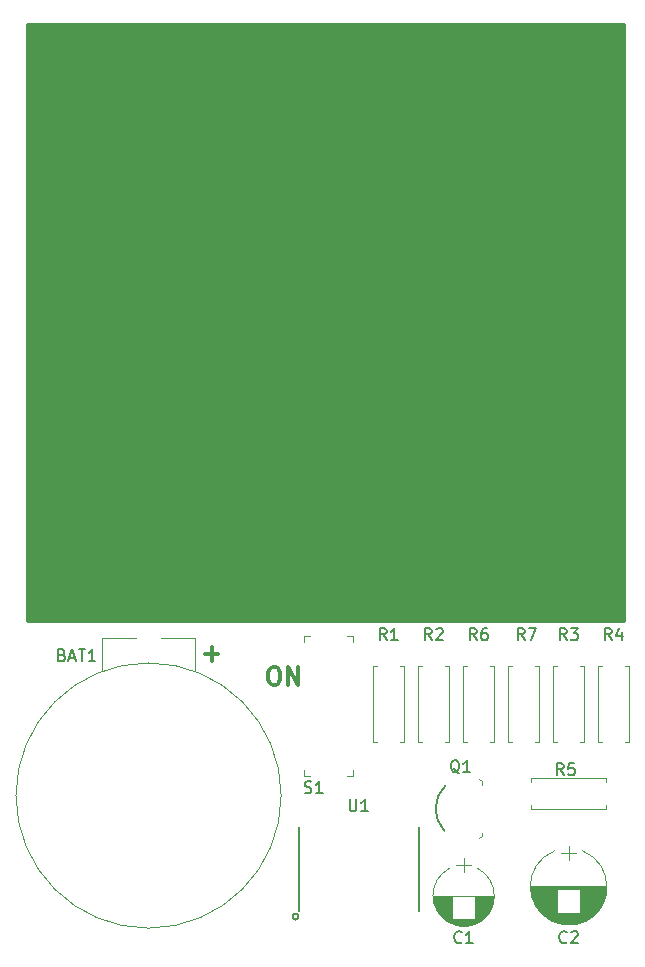
<source format=gto>
G04 #@! TF.FileFunction,Legend,Top*
%FSLAX46Y46*%
G04 Gerber Fmt 4.6, Leading zero omitted, Abs format (unit mm)*
G04 Created by KiCad (PCBNEW 4.0.7) date 07/03/23 18:34:59*
%MOMM*%
%LPD*%
G01*
G04 APERTURE LIST*
%ADD10C,0.100000*%
%ADD11C,0.300000*%
%ADD12C,0.120000*%
%ADD13C,0.150000*%
%ADD14C,0.203200*%
%ADD15C,0.254000*%
G04 APERTURE END LIST*
D10*
D11*
X149439428Y-102810571D02*
X149725142Y-102810571D01*
X149868000Y-102882000D01*
X150010857Y-103024857D01*
X150082285Y-103310571D01*
X150082285Y-103810571D01*
X150010857Y-104096286D01*
X149868000Y-104239143D01*
X149725142Y-104310571D01*
X149439428Y-104310571D01*
X149296571Y-104239143D01*
X149153714Y-104096286D01*
X149082285Y-103810571D01*
X149082285Y-103310571D01*
X149153714Y-103024857D01*
X149296571Y-102882000D01*
X149439428Y-102810571D01*
X150725143Y-104310571D02*
X150725143Y-102810571D01*
X151582286Y-104310571D01*
X151582286Y-102810571D01*
X143700572Y-101707143D02*
X144843429Y-101707143D01*
X144272000Y-102278571D02*
X144272000Y-101135714D01*
D10*
X142849600Y-100380800D02*
X140004800Y-100380800D01*
X135026400Y-100380800D02*
X137871200Y-100380800D01*
X142849600Y-103124000D02*
X142849600Y-100380800D01*
X135026400Y-103124000D02*
X135026400Y-100380800D01*
X150164800Y-113690400D02*
G75*
G03X150164800Y-113690400I-11226800J0D01*
G01*
D12*
X166787723Y-124463722D02*
G75*
G03X166788000Y-119852420I-1179723J2305722D01*
G01*
X164428277Y-124463722D02*
G75*
G02X164428000Y-119852420I1179723J2305722D01*
G01*
X164428277Y-124463722D02*
G75*
G03X166788000Y-124463580I1179723J2305722D01*
G01*
X168158000Y-122158000D02*
X163058000Y-122158000D01*
X168158000Y-122198000D02*
X166588000Y-122198000D01*
X164628000Y-122198000D02*
X163058000Y-122198000D01*
X168157000Y-122238000D02*
X166588000Y-122238000D01*
X164628000Y-122238000D02*
X163059000Y-122238000D01*
X168156000Y-122278000D02*
X166588000Y-122278000D01*
X164628000Y-122278000D02*
X163060000Y-122278000D01*
X168154000Y-122318000D02*
X166588000Y-122318000D01*
X164628000Y-122318000D02*
X163062000Y-122318000D01*
X168151000Y-122358000D02*
X166588000Y-122358000D01*
X164628000Y-122358000D02*
X163065000Y-122358000D01*
X168147000Y-122398000D02*
X166588000Y-122398000D01*
X164628000Y-122398000D02*
X163069000Y-122398000D01*
X168143000Y-122438000D02*
X166588000Y-122438000D01*
X164628000Y-122438000D02*
X163073000Y-122438000D01*
X168139000Y-122478000D02*
X166588000Y-122478000D01*
X164628000Y-122478000D02*
X163077000Y-122478000D01*
X168133000Y-122518000D02*
X166588000Y-122518000D01*
X164628000Y-122518000D02*
X163083000Y-122518000D01*
X168127000Y-122558000D02*
X166588000Y-122558000D01*
X164628000Y-122558000D02*
X163089000Y-122558000D01*
X168121000Y-122598000D02*
X166588000Y-122598000D01*
X164628000Y-122598000D02*
X163095000Y-122598000D01*
X168114000Y-122638000D02*
X166588000Y-122638000D01*
X164628000Y-122638000D02*
X163102000Y-122638000D01*
X168106000Y-122678000D02*
X166588000Y-122678000D01*
X164628000Y-122678000D02*
X163110000Y-122678000D01*
X168097000Y-122718000D02*
X166588000Y-122718000D01*
X164628000Y-122718000D02*
X163119000Y-122718000D01*
X168088000Y-122758000D02*
X166588000Y-122758000D01*
X164628000Y-122758000D02*
X163128000Y-122758000D01*
X168078000Y-122798000D02*
X166588000Y-122798000D01*
X164628000Y-122798000D02*
X163138000Y-122798000D01*
X168068000Y-122838000D02*
X166588000Y-122838000D01*
X164628000Y-122838000D02*
X163148000Y-122838000D01*
X168056000Y-122879000D02*
X166588000Y-122879000D01*
X164628000Y-122879000D02*
X163160000Y-122879000D01*
X168044000Y-122919000D02*
X166588000Y-122919000D01*
X164628000Y-122919000D02*
X163172000Y-122919000D01*
X168032000Y-122959000D02*
X166588000Y-122959000D01*
X164628000Y-122959000D02*
X163184000Y-122959000D01*
X168018000Y-122999000D02*
X166588000Y-122999000D01*
X164628000Y-122999000D02*
X163198000Y-122999000D01*
X168004000Y-123039000D02*
X166588000Y-123039000D01*
X164628000Y-123039000D02*
X163212000Y-123039000D01*
X167990000Y-123079000D02*
X166588000Y-123079000D01*
X164628000Y-123079000D02*
X163226000Y-123079000D01*
X167974000Y-123119000D02*
X166588000Y-123119000D01*
X164628000Y-123119000D02*
X163242000Y-123119000D01*
X167958000Y-123159000D02*
X166588000Y-123159000D01*
X164628000Y-123159000D02*
X163258000Y-123159000D01*
X167941000Y-123199000D02*
X166588000Y-123199000D01*
X164628000Y-123199000D02*
X163275000Y-123199000D01*
X167923000Y-123239000D02*
X166588000Y-123239000D01*
X164628000Y-123239000D02*
X163293000Y-123239000D01*
X167904000Y-123279000D02*
X166588000Y-123279000D01*
X164628000Y-123279000D02*
X163312000Y-123279000D01*
X167884000Y-123319000D02*
X166588000Y-123319000D01*
X164628000Y-123319000D02*
X163332000Y-123319000D01*
X167864000Y-123359000D02*
X166588000Y-123359000D01*
X164628000Y-123359000D02*
X163352000Y-123359000D01*
X167842000Y-123399000D02*
X166588000Y-123399000D01*
X164628000Y-123399000D02*
X163374000Y-123399000D01*
X167820000Y-123439000D02*
X166588000Y-123439000D01*
X164628000Y-123439000D02*
X163396000Y-123439000D01*
X167797000Y-123479000D02*
X166588000Y-123479000D01*
X164628000Y-123479000D02*
X163419000Y-123479000D01*
X167773000Y-123519000D02*
X166588000Y-123519000D01*
X164628000Y-123519000D02*
X163443000Y-123519000D01*
X167748000Y-123559000D02*
X166588000Y-123559000D01*
X164628000Y-123559000D02*
X163468000Y-123559000D01*
X167721000Y-123599000D02*
X166588000Y-123599000D01*
X164628000Y-123599000D02*
X163495000Y-123599000D01*
X167694000Y-123639000D02*
X166588000Y-123639000D01*
X164628000Y-123639000D02*
X163522000Y-123639000D01*
X167666000Y-123679000D02*
X166588000Y-123679000D01*
X164628000Y-123679000D02*
X163550000Y-123679000D01*
X167636000Y-123719000D02*
X166588000Y-123719000D01*
X164628000Y-123719000D02*
X163580000Y-123719000D01*
X167605000Y-123759000D02*
X166588000Y-123759000D01*
X164628000Y-123759000D02*
X163611000Y-123759000D01*
X167573000Y-123799000D02*
X166588000Y-123799000D01*
X164628000Y-123799000D02*
X163643000Y-123799000D01*
X167540000Y-123839000D02*
X166588000Y-123839000D01*
X164628000Y-123839000D02*
X163676000Y-123839000D01*
X167505000Y-123879000D02*
X166588000Y-123879000D01*
X164628000Y-123879000D02*
X163711000Y-123879000D01*
X167469000Y-123919000D02*
X166588000Y-123919000D01*
X164628000Y-123919000D02*
X163747000Y-123919000D01*
X167431000Y-123959000D02*
X166588000Y-123959000D01*
X164628000Y-123959000D02*
X163785000Y-123959000D01*
X167391000Y-123999000D02*
X166588000Y-123999000D01*
X164628000Y-123999000D02*
X163825000Y-123999000D01*
X167350000Y-124039000D02*
X166588000Y-124039000D01*
X164628000Y-124039000D02*
X163866000Y-124039000D01*
X167307000Y-124079000D02*
X166588000Y-124079000D01*
X164628000Y-124079000D02*
X163909000Y-124079000D01*
X167262000Y-124119000D02*
X166588000Y-124119000D01*
X164628000Y-124119000D02*
X163954000Y-124119000D01*
X167214000Y-124159000D02*
X164002000Y-124159000D01*
X167164000Y-124199000D02*
X164052000Y-124199000D01*
X167112000Y-124239000D02*
X164104000Y-124239000D01*
X167056000Y-124279000D02*
X164160000Y-124279000D01*
X166998000Y-124319000D02*
X164218000Y-124319000D01*
X166935000Y-124359000D02*
X164281000Y-124359000D01*
X166869000Y-124399000D02*
X164347000Y-124399000D01*
X166797000Y-124439000D02*
X164419000Y-124439000D01*
X166720000Y-124479000D02*
X164496000Y-124479000D01*
X166636000Y-124519000D02*
X164580000Y-124519000D01*
X166542000Y-124559000D02*
X164674000Y-124559000D01*
X166437000Y-124599000D02*
X164779000Y-124599000D01*
X166315000Y-124639000D02*
X164901000Y-124639000D01*
X166167000Y-124679000D02*
X165049000Y-124679000D01*
X165962000Y-124719000D02*
X165254000Y-124719000D01*
X165608000Y-118958000D02*
X165608000Y-120158000D01*
X166258000Y-119558000D02*
X164958000Y-119558000D01*
X175677136Y-124409820D02*
G75*
G03X175678000Y-118374518I-1179136J3017820D01*
G01*
X173318864Y-124409820D02*
G75*
G02X173318000Y-118374518I1179136J3017820D01*
G01*
X173318864Y-124409820D02*
G75*
G03X175678000Y-124409482I1179136J3017820D01*
G01*
X177698000Y-121392000D02*
X171298000Y-121392000D01*
X177698000Y-121432000D02*
X171298000Y-121432000D01*
X177698000Y-121472000D02*
X171298000Y-121472000D01*
X177696000Y-121512000D02*
X171300000Y-121512000D01*
X177695000Y-121552000D02*
X171301000Y-121552000D01*
X177692000Y-121592000D02*
X171304000Y-121592000D01*
X177690000Y-121632000D02*
X171306000Y-121632000D01*
X177686000Y-121672000D02*
X175478000Y-121672000D01*
X173518000Y-121672000D02*
X171310000Y-121672000D01*
X177683000Y-121712000D02*
X175478000Y-121712000D01*
X173518000Y-121712000D02*
X171313000Y-121712000D01*
X177678000Y-121752000D02*
X175478000Y-121752000D01*
X173518000Y-121752000D02*
X171318000Y-121752000D01*
X177674000Y-121792000D02*
X175478000Y-121792000D01*
X173518000Y-121792000D02*
X171322000Y-121792000D01*
X177668000Y-121832000D02*
X175478000Y-121832000D01*
X173518000Y-121832000D02*
X171328000Y-121832000D01*
X177663000Y-121872000D02*
X175478000Y-121872000D01*
X173518000Y-121872000D02*
X171333000Y-121872000D01*
X177656000Y-121912000D02*
X175478000Y-121912000D01*
X173518000Y-121912000D02*
X171340000Y-121912000D01*
X177650000Y-121952000D02*
X175478000Y-121952000D01*
X173518000Y-121952000D02*
X171346000Y-121952000D01*
X177642000Y-121992000D02*
X175478000Y-121992000D01*
X173518000Y-121992000D02*
X171354000Y-121992000D01*
X177635000Y-122032000D02*
X175478000Y-122032000D01*
X173518000Y-122032000D02*
X171361000Y-122032000D01*
X177626000Y-122072000D02*
X175478000Y-122072000D01*
X173518000Y-122072000D02*
X171370000Y-122072000D01*
X177617000Y-122113000D02*
X175478000Y-122113000D01*
X173518000Y-122113000D02*
X171379000Y-122113000D01*
X177608000Y-122153000D02*
X175478000Y-122153000D01*
X173518000Y-122153000D02*
X171388000Y-122153000D01*
X177598000Y-122193000D02*
X175478000Y-122193000D01*
X173518000Y-122193000D02*
X171398000Y-122193000D01*
X177588000Y-122233000D02*
X175478000Y-122233000D01*
X173518000Y-122233000D02*
X171408000Y-122233000D01*
X177577000Y-122273000D02*
X175478000Y-122273000D01*
X173518000Y-122273000D02*
X171419000Y-122273000D01*
X177565000Y-122313000D02*
X175478000Y-122313000D01*
X173518000Y-122313000D02*
X171431000Y-122313000D01*
X177553000Y-122353000D02*
X175478000Y-122353000D01*
X173518000Y-122353000D02*
X171443000Y-122353000D01*
X177540000Y-122393000D02*
X175478000Y-122393000D01*
X173518000Y-122393000D02*
X171456000Y-122393000D01*
X177527000Y-122433000D02*
X175478000Y-122433000D01*
X173518000Y-122433000D02*
X171469000Y-122433000D01*
X177513000Y-122473000D02*
X175478000Y-122473000D01*
X173518000Y-122473000D02*
X171483000Y-122473000D01*
X177499000Y-122513000D02*
X175478000Y-122513000D01*
X173518000Y-122513000D02*
X171497000Y-122513000D01*
X177484000Y-122553000D02*
X175478000Y-122553000D01*
X173518000Y-122553000D02*
X171512000Y-122553000D01*
X177468000Y-122593000D02*
X175478000Y-122593000D01*
X173518000Y-122593000D02*
X171528000Y-122593000D01*
X177452000Y-122633000D02*
X175478000Y-122633000D01*
X173518000Y-122633000D02*
X171544000Y-122633000D01*
X177435000Y-122673000D02*
X175478000Y-122673000D01*
X173518000Y-122673000D02*
X171561000Y-122673000D01*
X177417000Y-122713000D02*
X175478000Y-122713000D01*
X173518000Y-122713000D02*
X171579000Y-122713000D01*
X177399000Y-122753000D02*
X175478000Y-122753000D01*
X173518000Y-122753000D02*
X171597000Y-122753000D01*
X177380000Y-122793000D02*
X175478000Y-122793000D01*
X173518000Y-122793000D02*
X171616000Y-122793000D01*
X177361000Y-122833000D02*
X175478000Y-122833000D01*
X173518000Y-122833000D02*
X171635000Y-122833000D01*
X177341000Y-122873000D02*
X175478000Y-122873000D01*
X173518000Y-122873000D02*
X171655000Y-122873000D01*
X177320000Y-122913000D02*
X175478000Y-122913000D01*
X173518000Y-122913000D02*
X171676000Y-122913000D01*
X177298000Y-122953000D02*
X175478000Y-122953000D01*
X173518000Y-122953000D02*
X171698000Y-122953000D01*
X177276000Y-122993000D02*
X175478000Y-122993000D01*
X173518000Y-122993000D02*
X171720000Y-122993000D01*
X177253000Y-123033000D02*
X175478000Y-123033000D01*
X173518000Y-123033000D02*
X171743000Y-123033000D01*
X177229000Y-123073000D02*
X175478000Y-123073000D01*
X173518000Y-123073000D02*
X171767000Y-123073000D01*
X177204000Y-123113000D02*
X175478000Y-123113000D01*
X173518000Y-123113000D02*
X171792000Y-123113000D01*
X177179000Y-123153000D02*
X175478000Y-123153000D01*
X173518000Y-123153000D02*
X171817000Y-123153000D01*
X177152000Y-123193000D02*
X175478000Y-123193000D01*
X173518000Y-123193000D02*
X171844000Y-123193000D01*
X177125000Y-123233000D02*
X175478000Y-123233000D01*
X173518000Y-123233000D02*
X171871000Y-123233000D01*
X177097000Y-123273000D02*
X175478000Y-123273000D01*
X173518000Y-123273000D02*
X171899000Y-123273000D01*
X177068000Y-123313000D02*
X175478000Y-123313000D01*
X173518000Y-123313000D02*
X171928000Y-123313000D01*
X177038000Y-123353000D02*
X175478000Y-123353000D01*
X173518000Y-123353000D02*
X171958000Y-123353000D01*
X177008000Y-123393000D02*
X175478000Y-123393000D01*
X173518000Y-123393000D02*
X171988000Y-123393000D01*
X176976000Y-123433000D02*
X175478000Y-123433000D01*
X173518000Y-123433000D02*
X172020000Y-123433000D01*
X176943000Y-123473000D02*
X175478000Y-123473000D01*
X173518000Y-123473000D02*
X172053000Y-123473000D01*
X176909000Y-123513000D02*
X175478000Y-123513000D01*
X173518000Y-123513000D02*
X172087000Y-123513000D01*
X176873000Y-123553000D02*
X175478000Y-123553000D01*
X173518000Y-123553000D02*
X172123000Y-123553000D01*
X176837000Y-123593000D02*
X175478000Y-123593000D01*
X173518000Y-123593000D02*
X172159000Y-123593000D01*
X176799000Y-123633000D02*
X172197000Y-123633000D01*
X176760000Y-123673000D02*
X172236000Y-123673000D01*
X176720000Y-123713000D02*
X172276000Y-123713000D01*
X176678000Y-123753000D02*
X172318000Y-123753000D01*
X176635000Y-123793000D02*
X172361000Y-123793000D01*
X176590000Y-123833000D02*
X172406000Y-123833000D01*
X176543000Y-123873000D02*
X172453000Y-123873000D01*
X176495000Y-123913000D02*
X172501000Y-123913000D01*
X176444000Y-123953000D02*
X172552000Y-123953000D01*
X176392000Y-123993000D02*
X172604000Y-123993000D01*
X176337000Y-124033000D02*
X172659000Y-124033000D01*
X176279000Y-124073000D02*
X172717000Y-124073000D01*
X176219000Y-124113000D02*
X172777000Y-124113000D01*
X176156000Y-124153000D02*
X172840000Y-124153000D01*
X176089000Y-124193000D02*
X172907000Y-124193000D01*
X176018000Y-124233000D02*
X172978000Y-124233000D01*
X175943000Y-124273000D02*
X173053000Y-124273000D01*
X175862000Y-124313000D02*
X173134000Y-124313000D01*
X175776000Y-124353000D02*
X173220000Y-124353000D01*
X175682000Y-124393000D02*
X173314000Y-124393000D01*
X175579000Y-124433000D02*
X173417000Y-124433000D01*
X175464000Y-124473000D02*
X173532000Y-124473000D01*
X175332000Y-124513000D02*
X173664000Y-124513000D01*
X175174000Y-124553000D02*
X173822000Y-124553000D01*
X174966000Y-124593000D02*
X174030000Y-124593000D01*
X174498000Y-117942000D02*
X174498000Y-119142000D01*
X175148000Y-118542000D02*
X173848000Y-118542000D01*
X146495392Y-71987665D02*
G75*
G03X146338484Y-75220000I1078608J-1672335D01*
G01*
X148652608Y-71987665D02*
G75*
G02X148809516Y-75220000I-1078608J-1672335D01*
G01*
X146494163Y-72618870D02*
G75*
G03X146494000Y-74700961I1079837J-1041130D01*
G01*
X148653837Y-72618870D02*
G75*
G02X148654000Y-74700961I-1079837J-1041130D01*
G01*
X146338000Y-75220000D02*
X146494000Y-75220000D01*
X148654000Y-75220000D02*
X148810000Y-75220000D01*
X159195392Y-71987665D02*
G75*
G03X159038484Y-75220000I1078608J-1672335D01*
G01*
X161352608Y-71987665D02*
G75*
G02X161509516Y-75220000I-1078608J-1672335D01*
G01*
X159194163Y-72618870D02*
G75*
G03X159194000Y-74700961I1079837J-1041130D01*
G01*
X161353837Y-72618870D02*
G75*
G02X161354000Y-74700961I-1079837J-1041130D01*
G01*
X159038000Y-75220000D02*
X159194000Y-75220000D01*
X161354000Y-75220000D02*
X161510000Y-75220000D01*
D13*
X164058000Y-112858000D02*
G75*
G03X164008000Y-116708000I1900000J-1950000D01*
G01*
D10*
X167208000Y-112458000D02*
X166908000Y-112308000D01*
X167208000Y-112458000D02*
X167208000Y-112758000D01*
X167208000Y-116858000D02*
X167208000Y-117158000D01*
X167208000Y-117158000D02*
X166908000Y-117308000D01*
D12*
X160238000Y-102708000D02*
X160568000Y-102708000D01*
X160568000Y-102708000D02*
X160568000Y-109128000D01*
X160568000Y-109128000D02*
X160238000Y-109128000D01*
X158278000Y-102708000D02*
X157948000Y-102708000D01*
X157948000Y-102708000D02*
X157948000Y-109128000D01*
X157948000Y-109128000D02*
X158278000Y-109128000D01*
X162088000Y-109128000D02*
X161758000Y-109128000D01*
X161758000Y-109128000D02*
X161758000Y-102708000D01*
X161758000Y-102708000D02*
X162088000Y-102708000D01*
X164048000Y-109128000D02*
X164378000Y-109128000D01*
X164378000Y-109128000D02*
X164378000Y-102708000D01*
X164378000Y-102708000D02*
X164048000Y-102708000D01*
X173518000Y-109128000D02*
X173188000Y-109128000D01*
X173188000Y-109128000D02*
X173188000Y-102708000D01*
X173188000Y-102708000D02*
X173518000Y-102708000D01*
X175478000Y-109128000D02*
X175808000Y-109128000D01*
X175808000Y-109128000D02*
X175808000Y-102708000D01*
X175808000Y-102708000D02*
X175478000Y-102708000D01*
X179288000Y-102708000D02*
X179618000Y-102708000D01*
X179618000Y-102708000D02*
X179618000Y-109128000D01*
X179618000Y-109128000D02*
X179288000Y-109128000D01*
X177328000Y-102708000D02*
X176998000Y-102708000D01*
X176998000Y-102708000D02*
X176998000Y-109128000D01*
X176998000Y-109128000D02*
X177328000Y-109128000D01*
X171288000Y-112558000D02*
X171288000Y-112228000D01*
X171288000Y-112228000D02*
X177708000Y-112228000D01*
X177708000Y-112228000D02*
X177708000Y-112558000D01*
X171288000Y-114518000D02*
X171288000Y-114848000D01*
X171288000Y-114848000D02*
X177708000Y-114848000D01*
X177708000Y-114848000D02*
X177708000Y-114518000D01*
X165898000Y-109128000D02*
X165568000Y-109128000D01*
X165568000Y-109128000D02*
X165568000Y-102708000D01*
X165568000Y-102708000D02*
X165898000Y-102708000D01*
X167858000Y-109128000D02*
X168188000Y-109128000D01*
X168188000Y-109128000D02*
X168188000Y-102708000D01*
X168188000Y-102708000D02*
X167858000Y-102708000D01*
X169708000Y-109128000D02*
X169378000Y-109128000D01*
X169378000Y-109128000D02*
X169378000Y-102708000D01*
X169378000Y-102708000D02*
X169708000Y-102708000D01*
X171668000Y-109128000D02*
X171998000Y-109128000D01*
X171998000Y-109128000D02*
X171998000Y-102708000D01*
X171998000Y-102708000D02*
X171668000Y-102708000D01*
D10*
X156278000Y-100158000D02*
X156278000Y-100658000D01*
X156278000Y-100158000D02*
X155778000Y-100158000D01*
X156278000Y-112058000D02*
X156278000Y-111558000D01*
X156278000Y-112058000D02*
X155778000Y-112058000D01*
X152078000Y-112058000D02*
X152078000Y-111558000D01*
X152078000Y-112058000D02*
X152578000Y-112058000D01*
X152078000Y-100158000D02*
X152578000Y-100158000D01*
X152078000Y-100158000D02*
X152078000Y-100658000D01*
D14*
X151638000Y-123952000D02*
G75*
G03X151638000Y-123952000I-254000J0D01*
G01*
X161798000Y-123444000D02*
X161798000Y-116332000D01*
X151638000Y-123444000D02*
X151638000Y-116332000D01*
D13*
X131627715Y-101782571D02*
X131770572Y-101830190D01*
X131818191Y-101877810D01*
X131865810Y-101973048D01*
X131865810Y-102115905D01*
X131818191Y-102211143D01*
X131770572Y-102258762D01*
X131675334Y-102306381D01*
X131294381Y-102306381D01*
X131294381Y-101306381D01*
X131627715Y-101306381D01*
X131722953Y-101354000D01*
X131770572Y-101401619D01*
X131818191Y-101496857D01*
X131818191Y-101592095D01*
X131770572Y-101687333D01*
X131722953Y-101734952D01*
X131627715Y-101782571D01*
X131294381Y-101782571D01*
X132246762Y-102020667D02*
X132722953Y-102020667D01*
X132151524Y-102306381D02*
X132484857Y-101306381D01*
X132818191Y-102306381D01*
X133008667Y-101306381D02*
X133580096Y-101306381D01*
X133294381Y-102306381D02*
X133294381Y-101306381D01*
X134437239Y-102306381D02*
X133865810Y-102306381D01*
X134151524Y-102306381D02*
X134151524Y-101306381D01*
X134056286Y-101449238D01*
X133961048Y-101544476D01*
X133865810Y-101592095D01*
X165441334Y-126087143D02*
X165393715Y-126134762D01*
X165250858Y-126182381D01*
X165155620Y-126182381D01*
X165012762Y-126134762D01*
X164917524Y-126039524D01*
X164869905Y-125944286D01*
X164822286Y-125753810D01*
X164822286Y-125610952D01*
X164869905Y-125420476D01*
X164917524Y-125325238D01*
X165012762Y-125230000D01*
X165155620Y-125182381D01*
X165250858Y-125182381D01*
X165393715Y-125230000D01*
X165441334Y-125277619D01*
X166393715Y-126182381D02*
X165822286Y-126182381D01*
X166108000Y-126182381D02*
X166108000Y-125182381D01*
X166012762Y-125325238D01*
X165917524Y-125420476D01*
X165822286Y-125468095D01*
X174331334Y-126087143D02*
X174283715Y-126134762D01*
X174140858Y-126182381D01*
X174045620Y-126182381D01*
X173902762Y-126134762D01*
X173807524Y-126039524D01*
X173759905Y-125944286D01*
X173712286Y-125753810D01*
X173712286Y-125610952D01*
X173759905Y-125420476D01*
X173807524Y-125325238D01*
X173902762Y-125230000D01*
X174045620Y-125182381D01*
X174140858Y-125182381D01*
X174283715Y-125230000D01*
X174331334Y-125277619D01*
X174712286Y-125277619D02*
X174759905Y-125230000D01*
X174855143Y-125182381D01*
X175093239Y-125182381D01*
X175188477Y-125230000D01*
X175236096Y-125277619D01*
X175283715Y-125372857D01*
X175283715Y-125468095D01*
X175236096Y-125610952D01*
X174664667Y-126182381D01*
X175283715Y-126182381D01*
X145066381Y-74398095D02*
X144066381Y-74398095D01*
X144066381Y-74160000D01*
X144114000Y-74017142D01*
X144209238Y-73921904D01*
X144304476Y-73874285D01*
X144494952Y-73826666D01*
X144637810Y-73826666D01*
X144828286Y-73874285D01*
X144923524Y-73921904D01*
X145018762Y-74017142D01*
X145066381Y-74160000D01*
X145066381Y-74398095D01*
X145066381Y-72874285D02*
X145066381Y-73445714D01*
X145066381Y-73160000D02*
X144066381Y-73160000D01*
X144209238Y-73255238D01*
X144304476Y-73350476D01*
X144352095Y-73445714D01*
X157766381Y-74398095D02*
X156766381Y-74398095D01*
X156766381Y-74160000D01*
X156814000Y-74017142D01*
X156909238Y-73921904D01*
X157004476Y-73874285D01*
X157194952Y-73826666D01*
X157337810Y-73826666D01*
X157528286Y-73874285D01*
X157623524Y-73921904D01*
X157718762Y-74017142D01*
X157766381Y-74160000D01*
X157766381Y-74398095D01*
X156861619Y-73445714D02*
X156814000Y-73398095D01*
X156766381Y-73302857D01*
X156766381Y-73064761D01*
X156814000Y-72969523D01*
X156861619Y-72921904D01*
X156956857Y-72874285D01*
X157052095Y-72874285D01*
X157194952Y-72921904D01*
X157766381Y-73493333D01*
X157766381Y-72874285D01*
X165258762Y-111799619D02*
X165163524Y-111752000D01*
X165068286Y-111656762D01*
X164925429Y-111513905D01*
X164830190Y-111466286D01*
X164734952Y-111466286D01*
X164782571Y-111704381D02*
X164687333Y-111656762D01*
X164592095Y-111561524D01*
X164544476Y-111371048D01*
X164544476Y-111037714D01*
X164592095Y-110847238D01*
X164687333Y-110752000D01*
X164782571Y-110704381D01*
X164973048Y-110704381D01*
X165068286Y-110752000D01*
X165163524Y-110847238D01*
X165211143Y-111037714D01*
X165211143Y-111371048D01*
X165163524Y-111561524D01*
X165068286Y-111656762D01*
X164973048Y-111704381D01*
X164782571Y-111704381D01*
X166163524Y-111704381D02*
X165592095Y-111704381D01*
X165877809Y-111704381D02*
X165877809Y-110704381D01*
X165782571Y-110847238D01*
X165687333Y-110942476D01*
X165592095Y-110990095D01*
X159091334Y-100528381D02*
X158758000Y-100052190D01*
X158519905Y-100528381D02*
X158519905Y-99528381D01*
X158900858Y-99528381D01*
X158996096Y-99576000D01*
X159043715Y-99623619D01*
X159091334Y-99718857D01*
X159091334Y-99861714D01*
X159043715Y-99956952D01*
X158996096Y-100004571D01*
X158900858Y-100052190D01*
X158519905Y-100052190D01*
X160043715Y-100528381D02*
X159472286Y-100528381D01*
X159758000Y-100528381D02*
X159758000Y-99528381D01*
X159662762Y-99671238D01*
X159567524Y-99766476D01*
X159472286Y-99814095D01*
X162901334Y-100528381D02*
X162568000Y-100052190D01*
X162329905Y-100528381D02*
X162329905Y-99528381D01*
X162710858Y-99528381D01*
X162806096Y-99576000D01*
X162853715Y-99623619D01*
X162901334Y-99718857D01*
X162901334Y-99861714D01*
X162853715Y-99956952D01*
X162806096Y-100004571D01*
X162710858Y-100052190D01*
X162329905Y-100052190D01*
X163282286Y-99623619D02*
X163329905Y-99576000D01*
X163425143Y-99528381D01*
X163663239Y-99528381D01*
X163758477Y-99576000D01*
X163806096Y-99623619D01*
X163853715Y-99718857D01*
X163853715Y-99814095D01*
X163806096Y-99956952D01*
X163234667Y-100528381D01*
X163853715Y-100528381D01*
X174331334Y-100528381D02*
X173998000Y-100052190D01*
X173759905Y-100528381D02*
X173759905Y-99528381D01*
X174140858Y-99528381D01*
X174236096Y-99576000D01*
X174283715Y-99623619D01*
X174331334Y-99718857D01*
X174331334Y-99861714D01*
X174283715Y-99956952D01*
X174236096Y-100004571D01*
X174140858Y-100052190D01*
X173759905Y-100052190D01*
X174664667Y-99528381D02*
X175283715Y-99528381D01*
X174950381Y-99909333D01*
X175093239Y-99909333D01*
X175188477Y-99956952D01*
X175236096Y-100004571D01*
X175283715Y-100099810D01*
X175283715Y-100337905D01*
X175236096Y-100433143D01*
X175188477Y-100480762D01*
X175093239Y-100528381D01*
X174807524Y-100528381D01*
X174712286Y-100480762D01*
X174664667Y-100433143D01*
X178141334Y-100528381D02*
X177808000Y-100052190D01*
X177569905Y-100528381D02*
X177569905Y-99528381D01*
X177950858Y-99528381D01*
X178046096Y-99576000D01*
X178093715Y-99623619D01*
X178141334Y-99718857D01*
X178141334Y-99861714D01*
X178093715Y-99956952D01*
X178046096Y-100004571D01*
X177950858Y-100052190D01*
X177569905Y-100052190D01*
X178998477Y-99861714D02*
X178998477Y-100528381D01*
X178760381Y-99480762D02*
X178522286Y-100195048D01*
X179141334Y-100195048D01*
X174077334Y-111958381D02*
X173744000Y-111482190D01*
X173505905Y-111958381D02*
X173505905Y-110958381D01*
X173886858Y-110958381D01*
X173982096Y-111006000D01*
X174029715Y-111053619D01*
X174077334Y-111148857D01*
X174077334Y-111291714D01*
X174029715Y-111386952D01*
X173982096Y-111434571D01*
X173886858Y-111482190D01*
X173505905Y-111482190D01*
X174982096Y-110958381D02*
X174505905Y-110958381D01*
X174458286Y-111434571D01*
X174505905Y-111386952D01*
X174601143Y-111339333D01*
X174839239Y-111339333D01*
X174934477Y-111386952D01*
X174982096Y-111434571D01*
X175029715Y-111529810D01*
X175029715Y-111767905D01*
X174982096Y-111863143D01*
X174934477Y-111910762D01*
X174839239Y-111958381D01*
X174601143Y-111958381D01*
X174505905Y-111910762D01*
X174458286Y-111863143D01*
X166711334Y-100528381D02*
X166378000Y-100052190D01*
X166139905Y-100528381D02*
X166139905Y-99528381D01*
X166520858Y-99528381D01*
X166616096Y-99576000D01*
X166663715Y-99623619D01*
X166711334Y-99718857D01*
X166711334Y-99861714D01*
X166663715Y-99956952D01*
X166616096Y-100004571D01*
X166520858Y-100052190D01*
X166139905Y-100052190D01*
X167568477Y-99528381D02*
X167378000Y-99528381D01*
X167282762Y-99576000D01*
X167235143Y-99623619D01*
X167139905Y-99766476D01*
X167092286Y-99956952D01*
X167092286Y-100337905D01*
X167139905Y-100433143D01*
X167187524Y-100480762D01*
X167282762Y-100528381D01*
X167473239Y-100528381D01*
X167568477Y-100480762D01*
X167616096Y-100433143D01*
X167663715Y-100337905D01*
X167663715Y-100099810D01*
X167616096Y-100004571D01*
X167568477Y-99956952D01*
X167473239Y-99909333D01*
X167282762Y-99909333D01*
X167187524Y-99956952D01*
X167139905Y-100004571D01*
X167092286Y-100099810D01*
X170775334Y-100528381D02*
X170442000Y-100052190D01*
X170203905Y-100528381D02*
X170203905Y-99528381D01*
X170584858Y-99528381D01*
X170680096Y-99576000D01*
X170727715Y-99623619D01*
X170775334Y-99718857D01*
X170775334Y-99861714D01*
X170727715Y-99956952D01*
X170680096Y-100004571D01*
X170584858Y-100052190D01*
X170203905Y-100052190D01*
X171108667Y-99528381D02*
X171775334Y-99528381D01*
X171346762Y-100528381D01*
X152146095Y-113434762D02*
X152288952Y-113482381D01*
X152527048Y-113482381D01*
X152622286Y-113434762D01*
X152669905Y-113387143D01*
X152717524Y-113291905D01*
X152717524Y-113196667D01*
X152669905Y-113101429D01*
X152622286Y-113053810D01*
X152527048Y-113006190D01*
X152336571Y-112958571D01*
X152241333Y-112910952D01*
X152193714Y-112863333D01*
X152146095Y-112768095D01*
X152146095Y-112672857D01*
X152193714Y-112577619D01*
X152241333Y-112530000D01*
X152336571Y-112482381D01*
X152574667Y-112482381D01*
X152717524Y-112530000D01*
X153669905Y-113482381D02*
X153098476Y-113482381D01*
X153384190Y-113482381D02*
X153384190Y-112482381D01*
X153288952Y-112625238D01*
X153193714Y-112720476D01*
X153098476Y-112768095D01*
X155956095Y-114006381D02*
X155956095Y-114815905D01*
X156003714Y-114911143D01*
X156051333Y-114958762D01*
X156146571Y-115006381D01*
X156337048Y-115006381D01*
X156432286Y-114958762D01*
X156479905Y-114911143D01*
X156527524Y-114815905D01*
X156527524Y-114006381D01*
X157527524Y-115006381D02*
X156956095Y-115006381D01*
X157241809Y-115006381D02*
X157241809Y-114006381D01*
X157146571Y-114149238D01*
X157051333Y-114244476D01*
X156956095Y-114292095D01*
D15*
G36*
X179197000Y-98933000D02*
X128651000Y-98933000D01*
X128651000Y-48387000D01*
X179197000Y-48387000D01*
X179197000Y-98933000D01*
X179197000Y-98933000D01*
G37*
X179197000Y-98933000D02*
X128651000Y-98933000D01*
X128651000Y-48387000D01*
X179197000Y-48387000D01*
X179197000Y-98933000D01*
M02*

</source>
